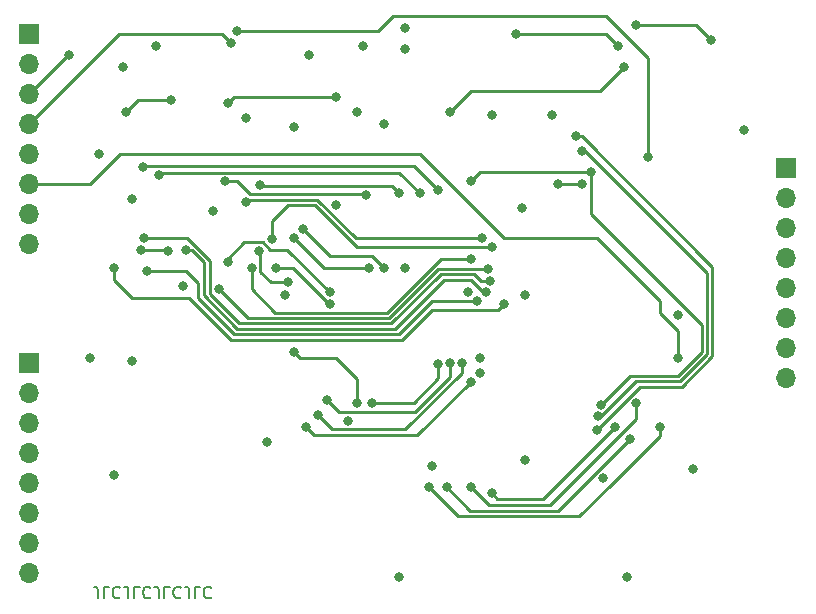
<source format=gbr>
%TF.GenerationSoftware,KiCad,Pcbnew,(6.0.0-0)*%
%TF.CreationDate,2022-10-19T23:32:27-04:00*%
%TF.ProjectId,new-interrupt-handler,6e65772d-696e-4746-9572-727570742d68,rev?*%
%TF.SameCoordinates,Original*%
%TF.FileFunction,Copper,L4,Bot*%
%TF.FilePolarity,Positive*%
%FSLAX46Y46*%
G04 Gerber Fmt 4.6, Leading zero omitted, Abs format (unit mm)*
G04 Created by KiCad (PCBNEW (6.0.0-0)) date 2022-10-19 23:32:27*
%MOMM*%
%LPD*%
G01*
G04 APERTURE LIST*
%ADD10C,0.150000*%
%TA.AperFunction,NonConductor*%
%ADD11C,0.150000*%
%TD*%
%TA.AperFunction,ComponentPad*%
%ADD12R,1.700000X1.700000*%
%TD*%
%TA.AperFunction,ComponentPad*%
%ADD13O,1.700000X1.700000*%
%TD*%
%TA.AperFunction,ViaPad*%
%ADD14C,0.800000*%
%TD*%
%TA.AperFunction,Conductor*%
%ADD15C,0.250000*%
%TD*%
G04 APERTURE END LIST*
D10*
D11*
X94440952Y-127801619D02*
X94440952Y-127087333D01*
X94393333Y-126944476D01*
X94298095Y-126849238D01*
X94155238Y-126801619D01*
X94060000Y-126801619D01*
X95393333Y-126801619D02*
X94917142Y-126801619D01*
X94917142Y-127801619D01*
X96298095Y-126896857D02*
X96250476Y-126849238D01*
X96107619Y-126801619D01*
X96012380Y-126801619D01*
X95869523Y-126849238D01*
X95774285Y-126944476D01*
X95726666Y-127039714D01*
X95679047Y-127230190D01*
X95679047Y-127373047D01*
X95726666Y-127563523D01*
X95774285Y-127658761D01*
X95869523Y-127754000D01*
X96012380Y-127801619D01*
X96107619Y-127801619D01*
X96250476Y-127754000D01*
X96298095Y-127706380D01*
X97012380Y-127801619D02*
X97012380Y-127087333D01*
X96964761Y-126944476D01*
X96869523Y-126849238D01*
X96726666Y-126801619D01*
X96631428Y-126801619D01*
X97964761Y-126801619D02*
X97488571Y-126801619D01*
X97488571Y-127801619D01*
X98869523Y-126896857D02*
X98821904Y-126849238D01*
X98679047Y-126801619D01*
X98583809Y-126801619D01*
X98440952Y-126849238D01*
X98345714Y-126944476D01*
X98298095Y-127039714D01*
X98250476Y-127230190D01*
X98250476Y-127373047D01*
X98298095Y-127563523D01*
X98345714Y-127658761D01*
X98440952Y-127754000D01*
X98583809Y-127801619D01*
X98679047Y-127801619D01*
X98821904Y-127754000D01*
X98869523Y-127706380D01*
X99583809Y-127801619D02*
X99583809Y-127087333D01*
X99536190Y-126944476D01*
X99440952Y-126849238D01*
X99298095Y-126801619D01*
X99202857Y-126801619D01*
X100536190Y-126801619D02*
X100060000Y-126801619D01*
X100060000Y-127801619D01*
X101440952Y-126896857D02*
X101393333Y-126849238D01*
X101250476Y-126801619D01*
X101155238Y-126801619D01*
X101012380Y-126849238D01*
X100917142Y-126944476D01*
X100869523Y-127039714D01*
X100821904Y-127230190D01*
X100821904Y-127373047D01*
X100869523Y-127563523D01*
X100917142Y-127658761D01*
X101012380Y-127754000D01*
X101155238Y-127801619D01*
X101250476Y-127801619D01*
X101393333Y-127754000D01*
X101440952Y-127706380D01*
X102155238Y-127801619D02*
X102155238Y-127087333D01*
X102107619Y-126944476D01*
X102012380Y-126849238D01*
X101869523Y-126801619D01*
X101774285Y-126801619D01*
X103107619Y-126801619D02*
X102631428Y-126801619D01*
X102631428Y-127801619D01*
X104012380Y-126896857D02*
X103964761Y-126849238D01*
X103821904Y-126801619D01*
X103726666Y-126801619D01*
X103583809Y-126849238D01*
X103488571Y-126944476D01*
X103440952Y-127039714D01*
X103393333Y-127230190D01*
X103393333Y-127373047D01*
X103440952Y-127563523D01*
X103488571Y-127658761D01*
X103583809Y-127754000D01*
X103726666Y-127801619D01*
X103821904Y-127801619D01*
X103964761Y-127754000D01*
X104012380Y-127706380D01*
D12*
%TO.P,J3,1,Pin_1*%
%TO.N,~{IRQ7}*%
X152714000Y-91325000D03*
D13*
%TO.P,J3,2,Pin_2*%
%TO.N,~{IRQ6}*%
X152714000Y-93865000D03*
%TO.P,J3,3,Pin_3*%
%TO.N,~{IRQ5}*%
X152714000Y-96405000D03*
%TO.P,J3,4,Pin_4*%
%TO.N,~{IRQ4}*%
X152714000Y-98945000D03*
%TO.P,J3,5,Pin_5*%
%TO.N,~{IRQ3}*%
X152714000Y-101485000D03*
%TO.P,J3,6,Pin_6*%
%TO.N,~{IRQ2}*%
X152714000Y-104025000D03*
%TO.P,J3,7,Pin_7*%
%TO.N,~{IRQ1}*%
X152714000Y-106565000D03*
%TO.P,J3,8,Pin_8*%
%TO.N,~{IRQ0}*%
X152714000Y-109105000D03*
%TD*%
D12*
%TO.P,J1,1,Pin_1*%
%TO.N,~{IREQ}*%
X88636000Y-80010000D03*
D13*
%TO.P,J1,2,Pin_2*%
%TO.N,~{WRITE}*%
X88636000Y-82550000D03*
%TO.P,J1,3,Pin_3*%
%TO.N,~{READ}*%
X88636000Y-85090000D03*
%TO.P,J1,4,Pin_4*%
%TO.N,REG_SEL*%
X88636000Y-87630000D03*
%TO.P,J1,5,Pin_5*%
%TO.N,~{EN}*%
X88636000Y-90170000D03*
%TO.P,J1,6,Pin_6*%
%TO.N,CLOCK*%
X88636000Y-92710000D03*
%TO.P,J1,7,Pin_7*%
%TO.N,GND*%
X88636000Y-95250000D03*
%TO.P,J1,8,Pin_8*%
%TO.N,VCC*%
X88636000Y-97790000D03*
%TD*%
D12*
%TO.P,J2,1,Pin_1*%
%TO.N,BUS7*%
X88636000Y-107885000D03*
D13*
%TO.P,J2,2,Pin_2*%
%TO.N,BUS6*%
X88636000Y-110425000D03*
%TO.P,J2,3,Pin_3*%
%TO.N,BUS5*%
X88636000Y-112965000D03*
%TO.P,J2,4,Pin_4*%
%TO.N,BUS4*%
X88636000Y-115505000D03*
%TO.P,J2,5,Pin_5*%
%TO.N,BUS3*%
X88636000Y-118045000D03*
%TO.P,J2,6,Pin_6*%
%TO.N,BUS2*%
X88636000Y-120585000D03*
%TO.P,J2,7,Pin_7*%
%TO.N,BUS1*%
X88636000Y-123125000D03*
%TO.P,J2,8,Pin_8*%
%TO.N,BUS0*%
X88636000Y-125665000D03*
%TD*%
D14*
%TO.N,~{READ}*%
X91948000Y-81788000D03*
%TO.N,CLOCK*%
X143510000Y-107442000D03*
%TO.N,GND*%
X143528020Y-103802955D03*
X125730000Y-101854000D03*
X116840000Y-81026000D03*
X99314000Y-81026000D03*
X108712000Y-114554000D03*
X119888000Y-125984000D03*
X93726000Y-107442000D03*
X130556000Y-116078000D03*
X110998000Y-87884000D03*
X127762000Y-86868000D03*
X126750299Y-107446299D03*
X122682000Y-116586000D03*
X130556000Y-102108000D03*
X95758000Y-117348000D03*
X118618000Y-87630000D03*
X110236000Y-102108000D03*
X120396000Y-99822000D03*
X120396000Y-79502000D03*
X144780000Y-116840000D03*
X101597851Y-101348149D03*
X139192000Y-125984000D03*
X149098000Y-88138000D03*
X106934000Y-87122000D03*
X116332000Y-86614000D03*
X132842000Y-86868000D03*
%TO.N,VCC*%
X97282000Y-93980000D03*
X104140000Y-94996000D03*
X137164299Y-117606299D03*
X120396000Y-81280000D03*
X126746000Y-108712000D03*
X115570000Y-112738500D03*
X97282000Y-107696000D03*
X130302000Y-94742000D03*
X114558299Y-94483701D03*
X94488000Y-90170000D03*
X96520000Y-82804000D03*
X112268000Y-81788000D03*
%TO.N,/~{EN_IRQ0}*%
X123190000Y-93218000D03*
X98217577Y-91227068D03*
%TO.N,/~{EN_IRQ1}*%
X121666000Y-93472000D03*
X99568000Y-91948000D03*
%TO.N,/~{EN_IRQ2}*%
X119888000Y-93434500D03*
X108114358Y-92756660D03*
%TO.N,/~{EN_IRQ3}*%
X105156000Y-92493500D03*
X117094000Y-93630011D03*
%TO.N,/IRQMASK3*%
X98044000Y-98298000D03*
X100367524Y-98344123D03*
%TO.N,BUS2*%
X113030000Y-112268000D03*
X125259500Y-107869667D03*
%TO.N,BUS1*%
X124260145Y-107886800D03*
X113792000Y-110998000D03*
%TO.N,BUS0*%
X123265720Y-107987413D03*
X117602000Y-111252000D03*
%TO.N,BUS3*%
X125984000Y-109474000D03*
X112014000Y-113284000D03*
%TO.N,~{IRQ7}*%
X106934002Y-94234000D03*
X126930364Y-97319500D03*
%TO.N,~{IRQ6}*%
X109157245Y-97404046D03*
X127762000Y-98044000D03*
%TO.N,~{IRQ5}*%
X125984000Y-99060000D03*
X107442001Y-99822001D03*
%TO.N,~{IRQ4}*%
X104648000Y-101600000D03*
X127490766Y-99934758D03*
%TO.N,~{IRQ3}*%
X98298000Y-97282000D03*
X127623694Y-100925382D03*
%TO.N,~{IRQ2}*%
X101854000Y-98298000D03*
X127254000Y-101854000D03*
%TO.N,~{IRQ1}*%
X126492000Y-102616000D03*
X98552000Y-100076000D03*
%TO.N,~{IRQ0}*%
X95758000Y-99822000D03*
X128778000Y-102870000D03*
%TO.N,/IRQMASK6*%
X110500588Y-101017000D03*
X108077000Y-98372999D03*
%TO.N,/~{EN_IRQ4}*%
X114046000Y-101854000D03*
X105410000Y-99314000D03*
%TO.N,/~{EN_IRQ5}*%
X109474000Y-99822000D03*
X114046000Y-102887457D03*
%TO.N,/~{EN_IRQ6}*%
X110998000Y-97282000D03*
X117348000Y-99822000D03*
%TO.N,/~{EN_IRQ7}*%
X111760000Y-96520000D03*
X118618000Y-99822000D03*
%TO.N,/AI2*%
X134874000Y-88646000D03*
X136652000Y-113538000D03*
%TO.N,/AI1*%
X136774700Y-112390700D03*
X135419429Y-89948725D03*
%TO.N,Net-(U2-Pad3)*%
X114554000Y-85344000D03*
X105410000Y-85852000D03*
%TO.N,/P3*%
X138938000Y-82804000D03*
X124206000Y-86614000D03*
%TO.N,/P2*%
X129794000Y-80010000D03*
X138430000Y-81026000D03*
%TO.N,/P0*%
X133350000Y-92710000D03*
X146304000Y-80518000D03*
X135382000Y-92710000D03*
X139958299Y-79243701D03*
%TO.N,/IP7*%
X141986000Y-113284000D03*
X122428000Y-118364000D03*
%TO.N,/IP6*%
X139446000Y-114300000D03*
X123946637Y-118369363D03*
%TO.N,/IP5*%
X139958299Y-111256299D03*
X125984000Y-118364000D03*
%TO.N,/IP4*%
X138176000Y-113284000D03*
X127757701Y-118876299D03*
%TO.N,/AI0*%
X136144000Y-91694000D03*
X125984000Y-92456000D03*
X137037299Y-111383299D03*
%TO.N,REG_SEL*%
X105664000Y-80772000D03*
%TO.N,~{EN}*%
X100584000Y-85598000D03*
X96774000Y-86614000D03*
%TO.N,~{READ_PORT_ADDR}*%
X116332000Y-111252000D03*
X110998000Y-106934000D03*
%TO.N,~{WRITE_PRIORITY}*%
X140970000Y-90424000D03*
X106172000Y-79756000D03*
%TD*%
D15*
%TO.N,~{READ}*%
X91948000Y-81788000D02*
X91938000Y-81788000D01*
X91938000Y-81788000D02*
X88636000Y-85090000D01*
%TO.N,CLOCK*%
X141986000Y-102616000D02*
X136652000Y-97282000D01*
X136652000Y-97282000D02*
X128778000Y-97282000D01*
X143510000Y-107442000D02*
X143510000Y-105156000D01*
X121666000Y-90170000D02*
X96266000Y-90170000D01*
X141986000Y-103632000D02*
X141986000Y-102616000D01*
X96266000Y-90170000D02*
X93726000Y-92710000D01*
X128778000Y-97282000D02*
X121666000Y-90170000D01*
X93726000Y-92710000D02*
X88636000Y-92710000D01*
X143510000Y-105156000D02*
X141986000Y-103632000D01*
%TO.N,/~{EN_IRQ0}*%
X123190000Y-93218000D02*
X121195499Y-91223499D01*
X98221146Y-91223499D02*
X98217577Y-91227068D01*
X121195499Y-91223499D02*
X98221146Y-91223499D01*
%TO.N,/~{EN_IRQ1}*%
X99747001Y-91768999D02*
X119962999Y-91768999D01*
X99568000Y-91948000D02*
X99747001Y-91768999D01*
X119962999Y-91768999D02*
X121666000Y-93472000D01*
%TO.N,/~{EN_IRQ2}*%
X119888000Y-93434500D02*
X119359011Y-92905511D01*
X119359011Y-92905511D02*
X108263209Y-92905511D01*
X108263209Y-92905511D02*
X108114358Y-92756660D01*
%TO.N,/~{EN_IRQ3}*%
X117094000Y-93630011D02*
X117052968Y-93588979D01*
X117052968Y-93588979D02*
X107313581Y-93588979D01*
X106218102Y-92493500D02*
X105156000Y-92493500D01*
X107313581Y-93588979D02*
X106218102Y-92493500D01*
%TO.N,/IRQMASK3*%
X98044000Y-98298000D02*
X100321401Y-98298000D01*
X100321401Y-98298000D02*
X100367524Y-98344123D01*
%TO.N,BUS2*%
X114225001Y-113463001D02*
X120470999Y-113463001D01*
X125259500Y-108674500D02*
X125259500Y-107869667D01*
X120470999Y-113463001D02*
X125259500Y-108674500D01*
X113030000Y-112268000D02*
X114225001Y-113463001D01*
%TO.N,BUS1*%
X121284296Y-112014000D02*
X124260145Y-109038151D01*
X124260145Y-109038151D02*
X124260145Y-107886800D01*
X113792000Y-110998000D02*
X114808000Y-112014000D01*
X114808000Y-112014000D02*
X121284296Y-112014000D01*
%TO.N,BUS0*%
X123265720Y-109144280D02*
X121158000Y-111252000D01*
X123265720Y-107987413D02*
X123265720Y-109144280D01*
X121158000Y-111252000D02*
X117602000Y-111252000D01*
%TO.N,BUS3*%
X112717511Y-113987511D02*
X121470489Y-113987511D01*
X112014000Y-113284000D02*
X112717511Y-113987511D01*
X121470489Y-113987511D02*
X125984000Y-109474000D01*
%TO.N,~{IRQ7}*%
X107129512Y-94038490D02*
X112962194Y-94038490D01*
X112962194Y-94038490D02*
X116243204Y-97319500D01*
X116243204Y-97319500D02*
X126930364Y-97319500D01*
X106934002Y-94234000D02*
X107129512Y-94038490D01*
%TO.N,~{IRQ6}*%
X112776000Y-94488000D02*
X110490000Y-94488000D01*
X127762000Y-98044000D02*
X116332000Y-98044000D01*
X116332000Y-98044000D02*
X112776000Y-94488000D01*
X109157245Y-95820755D02*
X109157245Y-97404046D01*
X110490000Y-94488000D02*
X109157245Y-95820755D01*
%TO.N,~{IRQ5}*%
X123442592Y-99060000D02*
X118890636Y-103611956D01*
X109453957Y-103611957D02*
X107442001Y-101600001D01*
X125984000Y-99060000D02*
X123442592Y-99060000D01*
X118890636Y-103611956D02*
X109453957Y-103611957D01*
X107442001Y-101600001D02*
X107442001Y-99822001D01*
%TO.N,~{IRQ4}*%
X107109467Y-104061467D02*
X119076829Y-104061467D01*
X123257807Y-99880489D02*
X127436498Y-99880490D01*
X104648000Y-101600000D02*
X107109467Y-104061467D01*
X127436498Y-99880490D02*
X127490766Y-99934758D01*
X119076829Y-104061467D02*
X123257807Y-99880489D01*
%TO.N,~{IRQ3}*%
X106416682Y-104510978D02*
X119263022Y-104510978D01*
X103886000Y-101980296D02*
X106416682Y-104510978D01*
X103886000Y-99186296D02*
X103886000Y-101980296D01*
X126238000Y-100330000D02*
X126833382Y-100925382D01*
X119263022Y-104510978D02*
X123444000Y-100330000D01*
X123444000Y-100330000D02*
X126238000Y-100330000D01*
X126833382Y-100925382D02*
X127623694Y-100925382D01*
X98298000Y-97282000D02*
X101981704Y-97282000D01*
X101981704Y-97282000D02*
X103886000Y-99186296D01*
%TO.N,~{IRQ2}*%
X127254000Y-101854000D02*
X127000000Y-101854000D01*
X102362000Y-98298000D02*
X101854000Y-98298000D01*
X125984000Y-100838000D02*
X123698000Y-100838000D01*
X127000000Y-101854000D02*
X125984000Y-100838000D01*
X123698000Y-100838000D02*
X119575511Y-104960489D01*
X119575511Y-104960489D02*
X106230489Y-104960489D01*
X103378000Y-99314000D02*
X102362000Y-98298000D01*
X103378000Y-102108000D02*
X103378000Y-99314000D01*
X106230489Y-104960489D02*
X103378000Y-102108000D01*
%TO.N,~{IRQ1}*%
X105918000Y-105410000D02*
X102870000Y-102362000D01*
X126492000Y-102616000D02*
X122682000Y-102616000D01*
X102870000Y-101092000D02*
X101854000Y-100076000D01*
X102870000Y-102362000D02*
X102870000Y-101092000D01*
X101854000Y-100076000D02*
X98552000Y-100076000D01*
X122682000Y-102616000D02*
X119888000Y-105410000D01*
X119888000Y-105410000D02*
X105918000Y-105410000D01*
%TO.N,~{IRQ0}*%
X97282000Y-102362000D02*
X96520000Y-101600000D01*
X105664000Y-105918000D02*
X105156000Y-105410000D01*
X96520000Y-101600000D02*
X95758000Y-100838000D01*
X95758000Y-100838000D02*
X95758000Y-100330000D01*
X120142000Y-105918000D02*
X119380000Y-105918000D01*
X105156000Y-105410000D02*
X102108000Y-102362000D01*
X122936000Y-103378000D02*
X122682000Y-103378000D01*
X122682000Y-103378000D02*
X121920000Y-104140000D01*
X128778000Y-102870000D02*
X128270000Y-103378000D01*
X121920000Y-104140000D02*
X120142000Y-105918000D01*
X128270000Y-103378000D02*
X122936000Y-103378000D01*
X100330000Y-102362000D02*
X97282000Y-102362000D01*
X95758000Y-100330000D02*
X95758000Y-99822000D01*
X102108000Y-102362000D02*
X100330000Y-102362000D01*
X119380000Y-105918000D02*
X105664000Y-105918000D01*
%TO.N,/IRQMASK6*%
X110500588Y-101017000D02*
X109061402Y-101017000D01*
X108166502Y-100122100D02*
X108166502Y-98462501D01*
X108166502Y-98462501D02*
X108077000Y-98372999D01*
X109061402Y-101017000D02*
X108166502Y-100122100D01*
%TO.N,/~{EN_IRQ4}*%
X106821502Y-97648498D02*
X108377099Y-97648498D01*
X105410000Y-99060000D02*
X106821502Y-97648498D01*
X109008062Y-98279461D02*
X110471461Y-98279461D01*
X105410000Y-99314000D02*
X105410000Y-99060000D01*
X110471461Y-98279461D02*
X114046000Y-101854000D01*
X108377099Y-97648498D02*
X109008062Y-98279461D01*
%TO.N,/~{EN_IRQ5}*%
X114025957Y-102887457D02*
X114046000Y-102887457D01*
X110960500Y-99822000D02*
X114025957Y-102887457D01*
X109474000Y-99822000D02*
X110960500Y-99822000D01*
%TO.N,/~{EN_IRQ6}*%
X113538000Y-99822000D02*
X117348000Y-99822000D01*
X110998000Y-97282000D02*
X113538000Y-99822000D01*
%TO.N,/~{EN_IRQ7}*%
X111760000Y-96520000D02*
X114046000Y-98806000D01*
X117602000Y-98806000D02*
X118618000Y-99822000D01*
X114046000Y-98806000D02*
X117602000Y-98806000D01*
%TO.N,/AI2*%
X146441020Y-107306388D02*
X143882386Y-109865022D01*
X140324978Y-109865022D02*
X136652000Y-113538000D01*
X135382000Y-88646000D02*
X146441020Y-99705020D01*
X134874000Y-88646000D02*
X135382000Y-88646000D01*
X143882386Y-109865022D02*
X140324978Y-109865022D01*
X146441020Y-99705020D02*
X146441020Y-107306388D01*
%TO.N,/AI1*%
X137054496Y-112390700D02*
X136774700Y-112390700D01*
X143696193Y-109415511D02*
X140029685Y-109415511D01*
X145991510Y-107120194D02*
X143696193Y-109415511D01*
X145991510Y-100271510D02*
X145991510Y-107120194D01*
X135668725Y-89948725D02*
X145991510Y-100271510D01*
X140029685Y-109415511D02*
X137054496Y-112390700D01*
X135419429Y-89948725D02*
X135668725Y-89948725D01*
%TO.N,Net-(U2-Pad3)*%
X114554000Y-85344000D02*
X105918000Y-85344000D01*
X105918000Y-85344000D02*
X105410000Y-85852000D01*
%TO.N,/P3*%
X138938000Y-82804000D02*
X136906000Y-84836000D01*
X136906000Y-84836000D02*
X125984000Y-84836000D01*
X125984000Y-84836000D02*
X124206000Y-86614000D01*
%TO.N,/P2*%
X137414000Y-80010000D02*
X138430000Y-81026000D01*
X129794000Y-80010000D02*
X137414000Y-80010000D01*
%TO.N,/P0*%
X135382000Y-92710000D02*
X133350000Y-92710000D01*
X145034000Y-79248000D02*
X139962598Y-79248000D01*
X146304000Y-80518000D02*
X145034000Y-79248000D01*
X139962598Y-79248000D02*
X139958299Y-79243701D01*
%TO.N,/IP7*%
X141986000Y-114046000D02*
X141986000Y-113284000D01*
X132901898Y-120845510D02*
X135186490Y-120845510D01*
X124909510Y-120845510D02*
X132901898Y-120845510D01*
X135186490Y-120845510D02*
X137922000Y-118110000D01*
X137922000Y-118110000D02*
X141986000Y-114046000D01*
X122428000Y-118364000D02*
X124909510Y-120845510D01*
%TO.N,/IP6*%
X139446000Y-114300000D02*
X133350000Y-120396000D01*
X133350000Y-120396000D02*
X125973273Y-120395999D01*
X125973273Y-120395999D02*
X123946637Y-118369363D01*
%TO.N,/IP5*%
X125984000Y-118364000D02*
X127508000Y-119888000D01*
X127508000Y-119888000D02*
X132714296Y-119888000D01*
X139958299Y-112643997D02*
X139958299Y-111256299D01*
X132714296Y-119888000D02*
X139958299Y-112643997D01*
%TO.N,/IP4*%
X127757701Y-118876299D02*
X128261402Y-119380000D01*
X128261402Y-119380000D02*
X132080000Y-119380000D01*
X132080000Y-119380000D02*
X138176000Y-113284000D01*
%TO.N,/AI0*%
X139454598Y-108966000D02*
X137037299Y-111383299D01*
X145542000Y-104649408D02*
X145542000Y-106934000D01*
X136144000Y-91694000D02*
X136144000Y-95251408D01*
X128524000Y-91694000D02*
X126746000Y-91694000D01*
X143510000Y-108966000D02*
X139454598Y-108966000D01*
X136144000Y-95251408D02*
X145542000Y-104649408D01*
X126746000Y-91694000D02*
X125984000Y-92456000D01*
X145542000Y-106934000D02*
X143510000Y-108966000D01*
X136144000Y-91694000D02*
X128524000Y-91694000D01*
%TO.N,REG_SEL*%
X96256000Y-80010000D02*
X96774000Y-80010000D01*
X104902000Y-80010000D02*
X105664000Y-80772000D01*
X96774000Y-80010000D02*
X104902000Y-80010000D01*
X88636000Y-87630000D02*
X96256000Y-80010000D01*
%TO.N,~{EN}*%
X97790000Y-85598000D02*
X100584000Y-85598000D01*
X96774000Y-86614000D02*
X97790000Y-85598000D01*
%TO.N,~{READ_PORT_ADDR}*%
X111506000Y-107442000D02*
X114554000Y-107442000D01*
X110998000Y-106934000D02*
X111506000Y-107442000D01*
X114554000Y-107442000D02*
X116332000Y-109220000D01*
X116332000Y-109220000D02*
X116332000Y-111252000D01*
%TO.N,~{WRITE_PRIORITY}*%
X119380000Y-78486000D02*
X137414000Y-78486000D01*
X137414000Y-78486000D02*
X140970000Y-82042000D01*
X118110000Y-79756000D02*
X119380000Y-78486000D01*
X140970000Y-82042000D02*
X140970000Y-90424000D01*
X106172000Y-79756000D02*
X118110000Y-79756000D01*
%TD*%
M02*

</source>
